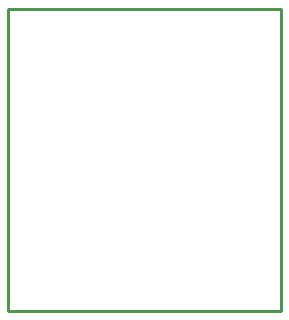
<source format=gko>
G04 Layer: BoardOutlineLayer*
G04 EasyEDA Pro v2.2.40.8, 2025-10-31 20:06:03*
G04 Gerber Generator version 0.3*
G04 Scale: 100 percent, Rotated: No, Reflected: No*
G04 Dimensions in millimeters*
G04 Leading zeros omitted, absolute positions, 4 integers and 5 decimals*
G04 Generated by one-click*
%FSLAX45Y45*%
%MOMM*%
%ADD10C,0.254*%
%ADD11C,0.0503*%
G75*


G04 Rect Start*
G54D10*
G01X-118772Y2679040D02*
G01X-118772Y119538D01*
G01X-2425046Y119538D01*
G01X-2425046Y2679040D01*
G01X-118772Y2679040D01*
G04 Rect End*

M02*


</source>
